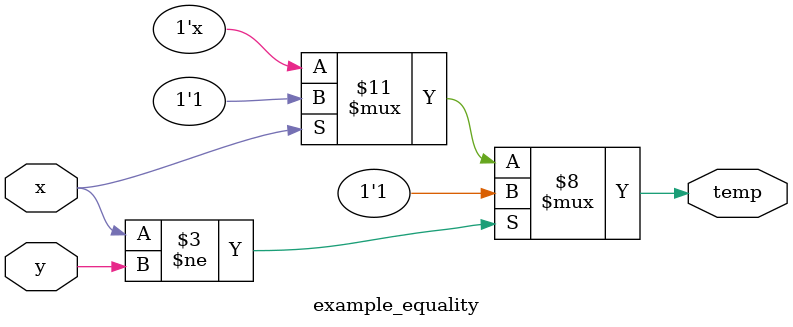
<source format=v>
module example_equality(x, y, temp);
input x;
input y;
output reg temp;
reg temp2;

always @(*) begin
	if (x==1) temp = 1;
	if (x!=y) begin // notice me!
		temp = 1;
		temp2 = 0;
	end	
	else begin
		temp2 = 1;
	end
end

endmodule
</source>
